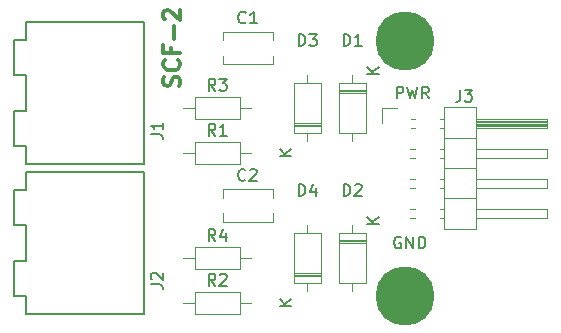
<source format=gto>
%TF.GenerationSoftware,KiCad,Pcbnew,(6.0.1)*%
%TF.CreationDate,2022-09-24T07:34:31-04:00*%
%TF.ProjectId,SCF-2,5343462d-322e-46b6-9963-61645f706362,1*%
%TF.SameCoordinates,Original*%
%TF.FileFunction,Legend,Top*%
%TF.FilePolarity,Positive*%
%FSLAX46Y46*%
G04 Gerber Fmt 4.6, Leading zero omitted, Abs format (unit mm)*
G04 Created by KiCad (PCBNEW (6.0.1)) date 2022-09-24 07:34:31*
%MOMM*%
%LPD*%
G01*
G04 APERTURE LIST*
%ADD10C,0.150000*%
%ADD11C,0.349250*%
%ADD12C,0.120000*%
%ADD13C,5.000000*%
G04 APERTURE END LIST*
D10*
X139636666Y-33472380D02*
X139636666Y-32472380D01*
X140017619Y-32472380D01*
X140112857Y-32520000D01*
X140160476Y-32567619D01*
X140208095Y-32662857D01*
X140208095Y-32805714D01*
X140160476Y-32900952D01*
X140112857Y-32948571D01*
X140017619Y-32996190D01*
X139636666Y-32996190D01*
X140541428Y-32472380D02*
X140779523Y-33472380D01*
X140970000Y-32758095D01*
X141160476Y-33472380D01*
X141398571Y-32472380D01*
X142350952Y-33472380D02*
X142017619Y-32996190D01*
X141779523Y-33472380D02*
X141779523Y-32472380D01*
X142160476Y-32472380D01*
X142255714Y-32520000D01*
X142303333Y-32567619D01*
X142350952Y-32662857D01*
X142350952Y-32805714D01*
X142303333Y-32900952D01*
X142255714Y-32948571D01*
X142160476Y-32996190D01*
X141779523Y-32996190D01*
D11*
X121215452Y-32436404D02*
X121281976Y-32236833D01*
X121281976Y-31904214D01*
X121215452Y-31771166D01*
X121148928Y-31704642D01*
X121015880Y-31638119D01*
X120882833Y-31638119D01*
X120749785Y-31704642D01*
X120683261Y-31771166D01*
X120616738Y-31904214D01*
X120550214Y-32170309D01*
X120483690Y-32303357D01*
X120417166Y-32369880D01*
X120284119Y-32436404D01*
X120151071Y-32436404D01*
X120018023Y-32369880D01*
X119951500Y-32303357D01*
X119884976Y-32170309D01*
X119884976Y-31837690D01*
X119951500Y-31638119D01*
X121148928Y-30241119D02*
X121215452Y-30307642D01*
X121281976Y-30507214D01*
X121281976Y-30640261D01*
X121215452Y-30839833D01*
X121082404Y-30972880D01*
X120949357Y-31039404D01*
X120683261Y-31105928D01*
X120483690Y-31105928D01*
X120217595Y-31039404D01*
X120084547Y-30972880D01*
X119951500Y-30839833D01*
X119884976Y-30640261D01*
X119884976Y-30507214D01*
X119951500Y-30307642D01*
X120018023Y-30241119D01*
X120550214Y-29176738D02*
X120550214Y-29642404D01*
X121281976Y-29642404D02*
X119884976Y-29642404D01*
X119884976Y-28977166D01*
X120749785Y-28444976D02*
X120749785Y-27380595D01*
X120018023Y-26781880D02*
X119951500Y-26715357D01*
X119884976Y-26582309D01*
X119884976Y-26249690D01*
X119951500Y-26116642D01*
X120018023Y-26050119D01*
X120151071Y-25983595D01*
X120284119Y-25983595D01*
X120483690Y-26050119D01*
X121281976Y-26848404D01*
X121281976Y-25983595D01*
D10*
X139981024Y-45220000D02*
X139885786Y-45172380D01*
X139742929Y-45172380D01*
X139600071Y-45220000D01*
X139504833Y-45315238D01*
X139457214Y-45410476D01*
X139409595Y-45600952D01*
X139409595Y-45743809D01*
X139457214Y-45934285D01*
X139504833Y-46029523D01*
X139600071Y-46124761D01*
X139742929Y-46172380D01*
X139838167Y-46172380D01*
X139981024Y-46124761D01*
X140028643Y-46077142D01*
X140028643Y-45743809D01*
X139838167Y-45743809D01*
X140457214Y-46172380D02*
X140457214Y-45172380D01*
X141028643Y-46172380D01*
X141028643Y-45172380D01*
X141504833Y-46172380D02*
X141504833Y-45172380D01*
X141742929Y-45172380D01*
X141885786Y-45220000D01*
X141981024Y-45315238D01*
X142028643Y-45410476D01*
X142076262Y-45600952D01*
X142076262Y-45743809D01*
X142028643Y-45934285D01*
X141981024Y-46029523D01*
X141885786Y-46124761D01*
X141742929Y-46172380D01*
X141504833Y-46172380D01*
%TO.C,J1*%
X118832380Y-36528333D02*
X119546666Y-36528333D01*
X119689523Y-36575952D01*
X119784761Y-36671190D01*
X119832380Y-36814047D01*
X119832380Y-36909285D01*
X119832380Y-35528333D02*
X119832380Y-36099761D01*
X119832380Y-35814047D02*
X118832380Y-35814047D01*
X118975238Y-35909285D01*
X119070476Y-36004523D01*
X119118095Y-36099761D01*
%TO.C,J3*%
X145021666Y-32742380D02*
X145021666Y-33456666D01*
X144974047Y-33599523D01*
X144878809Y-33694761D01*
X144735952Y-33742380D01*
X144640714Y-33742380D01*
X145402619Y-32742380D02*
X146021666Y-32742380D01*
X145688333Y-33123333D01*
X145831190Y-33123333D01*
X145926428Y-33170952D01*
X145974047Y-33218571D01*
X146021666Y-33313809D01*
X146021666Y-33551904D01*
X145974047Y-33647142D01*
X145926428Y-33694761D01*
X145831190Y-33742380D01*
X145545476Y-33742380D01*
X145450238Y-33694761D01*
X145402619Y-33647142D01*
%TO.C,D2*%
X135151904Y-41727380D02*
X135151904Y-40727380D01*
X135390000Y-40727380D01*
X135532857Y-40775000D01*
X135628095Y-40870238D01*
X135675714Y-40965476D01*
X135723333Y-41155952D01*
X135723333Y-41298809D01*
X135675714Y-41489285D01*
X135628095Y-41584523D01*
X135532857Y-41679761D01*
X135390000Y-41727380D01*
X135151904Y-41727380D01*
X136104285Y-40822619D02*
X136151904Y-40775000D01*
X136247142Y-40727380D01*
X136485238Y-40727380D01*
X136580476Y-40775000D01*
X136628095Y-40822619D01*
X136675714Y-40917857D01*
X136675714Y-41013095D01*
X136628095Y-41155952D01*
X136056666Y-41727380D01*
X136675714Y-41727380D01*
X138142380Y-44076904D02*
X137142380Y-44076904D01*
X138142380Y-43505476D02*
X137570952Y-43934047D01*
X137142380Y-43505476D02*
X137713809Y-44076904D01*
%TO.C,R1*%
X124293333Y-36632380D02*
X123960000Y-36156190D01*
X123721904Y-36632380D02*
X123721904Y-35632380D01*
X124102857Y-35632380D01*
X124198095Y-35680000D01*
X124245714Y-35727619D01*
X124293333Y-35822857D01*
X124293333Y-35965714D01*
X124245714Y-36060952D01*
X124198095Y-36108571D01*
X124102857Y-36156190D01*
X123721904Y-36156190D01*
X125245714Y-36632380D02*
X124674285Y-36632380D01*
X124960000Y-36632380D02*
X124960000Y-35632380D01*
X124864761Y-35775238D01*
X124769523Y-35870476D01*
X124674285Y-35918095D01*
%TO.C,C1*%
X126853333Y-27027142D02*
X126805714Y-27074761D01*
X126662857Y-27122380D01*
X126567619Y-27122380D01*
X126424761Y-27074761D01*
X126329523Y-26979523D01*
X126281904Y-26884285D01*
X126234285Y-26693809D01*
X126234285Y-26550952D01*
X126281904Y-26360476D01*
X126329523Y-26265238D01*
X126424761Y-26170000D01*
X126567619Y-26122380D01*
X126662857Y-26122380D01*
X126805714Y-26170000D01*
X126853333Y-26217619D01*
X127805714Y-27122380D02*
X127234285Y-27122380D01*
X127520000Y-27122380D02*
X127520000Y-26122380D01*
X127424761Y-26265238D01*
X127329523Y-26360476D01*
X127234285Y-26408095D01*
%TO.C,D1*%
X135151904Y-29027380D02*
X135151904Y-28027380D01*
X135390000Y-28027380D01*
X135532857Y-28075000D01*
X135628095Y-28170238D01*
X135675714Y-28265476D01*
X135723333Y-28455952D01*
X135723333Y-28598809D01*
X135675714Y-28789285D01*
X135628095Y-28884523D01*
X135532857Y-28979761D01*
X135390000Y-29027380D01*
X135151904Y-29027380D01*
X136675714Y-29027380D02*
X136104285Y-29027380D01*
X136390000Y-29027380D02*
X136390000Y-28027380D01*
X136294761Y-28170238D01*
X136199523Y-28265476D01*
X136104285Y-28313095D01*
X138142380Y-31376904D02*
X137142380Y-31376904D01*
X138142380Y-30805476D02*
X137570952Y-31234047D01*
X137142380Y-30805476D02*
X137713809Y-31376904D01*
%TO.C,R2*%
X124293333Y-49332380D02*
X123960000Y-48856190D01*
X123721904Y-49332380D02*
X123721904Y-48332380D01*
X124102857Y-48332380D01*
X124198095Y-48380000D01*
X124245714Y-48427619D01*
X124293333Y-48522857D01*
X124293333Y-48665714D01*
X124245714Y-48760952D01*
X124198095Y-48808571D01*
X124102857Y-48856190D01*
X123721904Y-48856190D01*
X124674285Y-48427619D02*
X124721904Y-48380000D01*
X124817142Y-48332380D01*
X125055238Y-48332380D01*
X125150476Y-48380000D01*
X125198095Y-48427619D01*
X125245714Y-48522857D01*
X125245714Y-48618095D01*
X125198095Y-48760952D01*
X124626666Y-49332380D01*
X125245714Y-49332380D01*
%TO.C,D3*%
X131341904Y-29027380D02*
X131341904Y-28027380D01*
X131580000Y-28027380D01*
X131722857Y-28075000D01*
X131818095Y-28170238D01*
X131865714Y-28265476D01*
X131913333Y-28455952D01*
X131913333Y-28598809D01*
X131865714Y-28789285D01*
X131818095Y-28884523D01*
X131722857Y-28979761D01*
X131580000Y-29027380D01*
X131341904Y-29027380D01*
X132246666Y-28027380D02*
X132865714Y-28027380D01*
X132532380Y-28408333D01*
X132675238Y-28408333D01*
X132770476Y-28455952D01*
X132818095Y-28503571D01*
X132865714Y-28598809D01*
X132865714Y-28836904D01*
X132818095Y-28932142D01*
X132770476Y-28979761D01*
X132675238Y-29027380D01*
X132389523Y-29027380D01*
X132294285Y-28979761D01*
X132246666Y-28932142D01*
X130732380Y-38361904D02*
X129732380Y-38361904D01*
X130732380Y-37790476D02*
X130160952Y-38219047D01*
X129732380Y-37790476D02*
X130303809Y-38361904D01*
%TO.C,J2*%
X118832380Y-49228333D02*
X119546666Y-49228333D01*
X119689523Y-49275952D01*
X119784761Y-49371190D01*
X119832380Y-49514047D01*
X119832380Y-49609285D01*
X118927619Y-48799761D02*
X118880000Y-48752142D01*
X118832380Y-48656904D01*
X118832380Y-48418809D01*
X118880000Y-48323571D01*
X118927619Y-48275952D01*
X119022857Y-48228333D01*
X119118095Y-48228333D01*
X119260952Y-48275952D01*
X119832380Y-48847380D01*
X119832380Y-48228333D01*
%TO.C,C2*%
X126833333Y-40362142D02*
X126785714Y-40409761D01*
X126642857Y-40457380D01*
X126547619Y-40457380D01*
X126404761Y-40409761D01*
X126309523Y-40314523D01*
X126261904Y-40219285D01*
X126214285Y-40028809D01*
X126214285Y-39885952D01*
X126261904Y-39695476D01*
X126309523Y-39600238D01*
X126404761Y-39505000D01*
X126547619Y-39457380D01*
X126642857Y-39457380D01*
X126785714Y-39505000D01*
X126833333Y-39552619D01*
X127214285Y-39552619D02*
X127261904Y-39505000D01*
X127357142Y-39457380D01*
X127595238Y-39457380D01*
X127690476Y-39505000D01*
X127738095Y-39552619D01*
X127785714Y-39647857D01*
X127785714Y-39743095D01*
X127738095Y-39885952D01*
X127166666Y-40457380D01*
X127785714Y-40457380D01*
%TO.C,R3*%
X124293333Y-32822380D02*
X123960000Y-32346190D01*
X123721904Y-32822380D02*
X123721904Y-31822380D01*
X124102857Y-31822380D01*
X124198095Y-31870000D01*
X124245714Y-31917619D01*
X124293333Y-32012857D01*
X124293333Y-32155714D01*
X124245714Y-32250952D01*
X124198095Y-32298571D01*
X124102857Y-32346190D01*
X123721904Y-32346190D01*
X124626666Y-31822380D02*
X125245714Y-31822380D01*
X124912380Y-32203333D01*
X125055238Y-32203333D01*
X125150476Y-32250952D01*
X125198095Y-32298571D01*
X125245714Y-32393809D01*
X125245714Y-32631904D01*
X125198095Y-32727142D01*
X125150476Y-32774761D01*
X125055238Y-32822380D01*
X124769523Y-32822380D01*
X124674285Y-32774761D01*
X124626666Y-32727142D01*
%TO.C,R4*%
X124293333Y-45537380D02*
X123960000Y-45061190D01*
X123721904Y-45537380D02*
X123721904Y-44537380D01*
X124102857Y-44537380D01*
X124198095Y-44585000D01*
X124245714Y-44632619D01*
X124293333Y-44727857D01*
X124293333Y-44870714D01*
X124245714Y-44965952D01*
X124198095Y-45013571D01*
X124102857Y-45061190D01*
X123721904Y-45061190D01*
X125150476Y-44870714D02*
X125150476Y-45537380D01*
X124912380Y-44489761D02*
X124674285Y-45204047D01*
X125293333Y-45204047D01*
%TO.C,D4*%
X131341904Y-41727380D02*
X131341904Y-40727380D01*
X131580000Y-40727380D01*
X131722857Y-40775000D01*
X131818095Y-40870238D01*
X131865714Y-40965476D01*
X131913333Y-41155952D01*
X131913333Y-41298809D01*
X131865714Y-41489285D01*
X131818095Y-41584523D01*
X131722857Y-41679761D01*
X131580000Y-41727380D01*
X131341904Y-41727380D01*
X132770476Y-41060714D02*
X132770476Y-41727380D01*
X132532380Y-40679761D02*
X132294285Y-41394047D01*
X132913333Y-41394047D01*
X130732380Y-51061904D02*
X129732380Y-51061904D01*
X130732380Y-50490476D02*
X130160952Y-50919047D01*
X129732380Y-50490476D02*
X130303809Y-51061904D01*
%TO.C,J1*%
X107260000Y-34520000D02*
X108260000Y-34520000D01*
X107260000Y-37520000D02*
X107260000Y-34520000D01*
X108260000Y-37520000D02*
X107260000Y-37520000D01*
X118260000Y-39020000D02*
X118260000Y-27020000D01*
X108260000Y-37520000D02*
X108260000Y-39020000D01*
X108260000Y-28520000D02*
X108260000Y-27020000D01*
X107260000Y-31520000D02*
X108260000Y-31520000D01*
X107260000Y-28520000D02*
X107260000Y-31520000D01*
X108260000Y-34520000D02*
X108260000Y-31520000D01*
X118260000Y-27020000D02*
X108260000Y-27020000D01*
X118260000Y-39020000D02*
X108260000Y-39020000D01*
X108260000Y-28520000D02*
X107260000Y-28520000D01*
D12*
%TO.C,J3*%
X152340000Y-41020000D02*
X146340000Y-41020000D01*
X140742929Y-38480000D02*
X141197071Y-38480000D01*
X143282929Y-38480000D02*
X143680000Y-38480000D01*
X146340000Y-35180000D02*
X152340000Y-35180000D01*
X140742929Y-43560000D02*
X141197071Y-43560000D01*
X143680000Y-39370000D02*
X146340000Y-39370000D01*
X152340000Y-37720000D02*
X152340000Y-38480000D01*
X146340000Y-35360000D02*
X152340000Y-35360000D01*
X143282929Y-42800000D02*
X143680000Y-42800000D01*
X143282929Y-43560000D02*
X143680000Y-43560000D01*
X140742929Y-40260000D02*
X141197071Y-40260000D01*
X143680000Y-36830000D02*
X146340000Y-36830000D01*
X140742929Y-42800000D02*
X141197071Y-42800000D01*
X140742929Y-37720000D02*
X141197071Y-37720000D01*
X143680000Y-41910000D02*
X146340000Y-41910000D01*
X152340000Y-42800000D02*
X152340000Y-43560000D01*
X146340000Y-44510000D02*
X146340000Y-34230000D01*
X146340000Y-35240000D02*
X152340000Y-35240000D01*
X146340000Y-35840000D02*
X152340000Y-35840000D01*
X143282929Y-40260000D02*
X143680000Y-40260000D01*
X143282929Y-35180000D02*
X143680000Y-35180000D01*
X138430000Y-34290000D02*
X139700000Y-34290000D01*
X143680000Y-44510000D02*
X146340000Y-44510000D01*
X146340000Y-37720000D02*
X152340000Y-37720000D01*
X140810000Y-35940000D02*
X141197071Y-35940000D01*
X138430000Y-35560000D02*
X138430000Y-34290000D01*
X140810000Y-35180000D02*
X141197071Y-35180000D01*
X146340000Y-34230000D02*
X143680000Y-34230000D01*
X146340000Y-35480000D02*
X152340000Y-35480000D01*
X152340000Y-38480000D02*
X146340000Y-38480000D01*
X146340000Y-35600000D02*
X152340000Y-35600000D01*
X146340000Y-35720000D02*
X152340000Y-35720000D01*
X143680000Y-34230000D02*
X143680000Y-44510000D01*
X140742929Y-41020000D02*
X141197071Y-41020000D01*
X152340000Y-35940000D02*
X146340000Y-35940000D01*
X143282929Y-35940000D02*
X143680000Y-35940000D01*
X146340000Y-40260000D02*
X152340000Y-40260000D01*
X152340000Y-35180000D02*
X152340000Y-35940000D01*
X152340000Y-40260000D02*
X152340000Y-41020000D01*
X143282929Y-37720000D02*
X143680000Y-37720000D01*
X146340000Y-42800000D02*
X152340000Y-42800000D01*
X143282929Y-41020000D02*
X143680000Y-41020000D01*
X152340000Y-43560000D02*
X146340000Y-43560000D01*
%TO.C,D2*%
X137010000Y-44870000D02*
X134770000Y-44870000D01*
X135890000Y-49760000D02*
X135890000Y-49110000D01*
X137010000Y-45710000D02*
X134770000Y-45710000D01*
X135890000Y-44220000D02*
X135890000Y-44870000D01*
X134770000Y-44870000D02*
X134770000Y-49110000D01*
X134770000Y-49110000D02*
X137010000Y-49110000D01*
X137010000Y-49110000D02*
X137010000Y-44870000D01*
X137010000Y-45590000D02*
X134770000Y-45590000D01*
X137010000Y-45470000D02*
X134770000Y-45470000D01*
%TO.C,R1*%
X121590000Y-38100000D02*
X122540000Y-38100000D01*
X122540000Y-39020000D02*
X126380000Y-39020000D01*
X122540000Y-37180000D02*
X122540000Y-39020000D01*
X127330000Y-38100000D02*
X126380000Y-38100000D01*
X126380000Y-39020000D02*
X126380000Y-37180000D01*
X126380000Y-37180000D02*
X122540000Y-37180000D01*
%TO.C,C1*%
X129140000Y-27840000D02*
X124900000Y-27840000D01*
X129140000Y-30580000D02*
X129140000Y-29875000D01*
X124900000Y-28545000D02*
X124900000Y-27840000D01*
X129140000Y-28545000D02*
X129140000Y-27840000D01*
X124900000Y-30580000D02*
X124900000Y-29875000D01*
X129140000Y-30580000D02*
X124900000Y-30580000D01*
%TO.C,D1*%
X134770000Y-32170000D02*
X134770000Y-36410000D01*
X137010000Y-32890000D02*
X134770000Y-32890000D01*
X137010000Y-33010000D02*
X134770000Y-33010000D01*
X137010000Y-36410000D02*
X137010000Y-32170000D01*
X134770000Y-36410000D02*
X137010000Y-36410000D01*
X135890000Y-31520000D02*
X135890000Y-32170000D01*
X135890000Y-37060000D02*
X135890000Y-36410000D01*
X137010000Y-32170000D02*
X134770000Y-32170000D01*
X137010000Y-32770000D02*
X134770000Y-32770000D01*
%TO.C,R2*%
X127330000Y-50800000D02*
X126380000Y-50800000D01*
X126380000Y-49880000D02*
X122540000Y-49880000D01*
X126380000Y-51720000D02*
X126380000Y-49880000D01*
X122540000Y-51720000D02*
X126380000Y-51720000D01*
X121590000Y-50800000D02*
X122540000Y-50800000D01*
X122540000Y-49880000D02*
X122540000Y-51720000D01*
%TO.C,D3*%
X130960000Y-35810000D02*
X133200000Y-35810000D01*
X130960000Y-32170000D02*
X130960000Y-36410000D01*
X132080000Y-31520000D02*
X132080000Y-32170000D01*
X132080000Y-37060000D02*
X132080000Y-36410000D01*
X130960000Y-35690000D02*
X133200000Y-35690000D01*
X130960000Y-36410000D02*
X133200000Y-36410000D01*
X133200000Y-32170000D02*
X130960000Y-32170000D01*
X130960000Y-35570000D02*
X133200000Y-35570000D01*
X133200000Y-36410000D02*
X133200000Y-32170000D01*
D10*
%TO.C,J2*%
X108260000Y-41220000D02*
X107260000Y-41220000D01*
X118260000Y-39720000D02*
X108260000Y-39720000D01*
X108260000Y-41220000D02*
X108260000Y-39720000D01*
X108260000Y-47220000D02*
X108260000Y-44220000D01*
X118260000Y-51720000D02*
X118260000Y-39720000D01*
X118260000Y-51720000D02*
X108260000Y-51720000D01*
X108260000Y-50220000D02*
X108260000Y-51720000D01*
X107260000Y-50220000D02*
X107260000Y-47220000D01*
X108260000Y-50220000D02*
X107260000Y-50220000D01*
X107260000Y-44220000D02*
X108260000Y-44220000D01*
X107260000Y-41220000D02*
X107260000Y-44220000D01*
X107260000Y-47220000D02*
X108260000Y-47220000D01*
D12*
%TO.C,C2*%
X124900000Y-41880000D02*
X124900000Y-41175000D01*
X129140000Y-43915000D02*
X129140000Y-43210000D01*
X124900000Y-43915000D02*
X124900000Y-43210000D01*
X129140000Y-43915000D02*
X124900000Y-43915000D01*
X129140000Y-41880000D02*
X129140000Y-41175000D01*
X129140000Y-41175000D02*
X124900000Y-41175000D01*
%TO.C,R3*%
X126380000Y-33370000D02*
X122540000Y-33370000D01*
X122540000Y-33370000D02*
X122540000Y-35210000D01*
X122540000Y-35210000D02*
X126380000Y-35210000D01*
X121590000Y-34290000D02*
X122540000Y-34290000D01*
X126380000Y-35210000D02*
X126380000Y-33370000D01*
X127330000Y-34290000D02*
X126380000Y-34290000D01*
%TO.C,R4*%
X126380000Y-46070000D02*
X122540000Y-46070000D01*
X126380000Y-47910000D02*
X126380000Y-46070000D01*
X127330000Y-46990000D02*
X126380000Y-46990000D01*
X122540000Y-47910000D02*
X126380000Y-47910000D01*
X122540000Y-46070000D02*
X122540000Y-47910000D01*
X121590000Y-46990000D02*
X122540000Y-46990000D01*
%TO.C,D4*%
X132080000Y-49760000D02*
X132080000Y-49110000D01*
X130960000Y-44870000D02*
X130960000Y-49110000D01*
X130960000Y-48390000D02*
X133200000Y-48390000D01*
X133200000Y-49110000D02*
X133200000Y-44870000D01*
X130960000Y-48270000D02*
X133200000Y-48270000D01*
X132080000Y-44220000D02*
X132080000Y-44870000D01*
X130960000Y-48510000D02*
X133200000Y-48510000D01*
X130960000Y-49110000D02*
X133200000Y-49110000D01*
X133200000Y-44870000D02*
X130960000Y-44870000D01*
%TD*%
D13*
%TO.C,H1*%
X140335000Y-50165000D03*
%TD*%
%TO.C,H2*%
X140335000Y-28575000D03*
%TD*%
M02*

</source>
